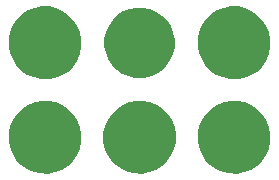
<source format=gts>
%TF.GenerationSoftware,KiCad,Pcbnew,4.0.5-e0-6337~49~ubuntu16.04.1*%
%TF.CreationDate,2017-05-29T06:36:41-07:00*%
%TF.ProjectId,2x3-Stereo-Headphone-Jack,3278332D53746572656F2D4865616470,v1.1*%
%TF.FileFunction,Soldermask,Top*%
%FSLAX46Y46*%
G04 Gerber Fmt 4.6, Leading zero omitted, Abs format (unit mm)*
G04 Created by KiCad (PCBNEW 4.0.5-e0-6337~49~ubuntu16.04.1) date Mon May 29 06:36:41 2017*
%MOMM*%
%LPD*%
G01*
G04 APERTURE LIST*
%ADD10C,0.350000*%
G04 APERTURE END LIST*
D10*
G36*
X6317510Y-41020247D02*
X6908455Y-41141551D01*
X7464598Y-41375332D01*
X7964734Y-41712678D01*
X8389821Y-42140743D01*
X8723666Y-42643221D01*
X8953556Y-43200976D01*
X9070664Y-43792414D01*
X9070664Y-43792424D01*
X9070731Y-43792763D01*
X9061110Y-44481816D01*
X9061033Y-44482154D01*
X9061033Y-44482162D01*
X8927457Y-45070101D01*
X8682085Y-45621216D01*
X8334337Y-46114178D01*
X7897462Y-46530209D01*
X7388100Y-46853461D01*
X6825654Y-47071619D01*
X6231547Y-47176376D01*
X5628403Y-47163742D01*
X5039200Y-47034197D01*
X4486382Y-46792677D01*
X3991007Y-46448382D01*
X3571937Y-46014423D01*
X3245138Y-45507330D01*
X3023056Y-44946414D01*
X2914155Y-44353058D01*
X2922577Y-43749841D01*
X3048006Y-43159747D01*
X3285659Y-42605258D01*
X3626491Y-42107488D01*
X4057512Y-41685400D01*
X4562313Y-41355068D01*
X5121659Y-41129077D01*
X5714245Y-41016036D01*
X6317510Y-41020247D01*
X6317510Y-41020247D01*
G37*
G36*
X14317510Y-41020247D02*
X14908455Y-41141551D01*
X15464598Y-41375332D01*
X15964734Y-41712678D01*
X16389821Y-42140743D01*
X16723666Y-42643221D01*
X16953556Y-43200976D01*
X17070664Y-43792414D01*
X17070664Y-43792424D01*
X17070731Y-43792763D01*
X17061110Y-44481816D01*
X17061033Y-44482154D01*
X17061033Y-44482162D01*
X16927457Y-45070101D01*
X16682085Y-45621216D01*
X16334337Y-46114178D01*
X15897462Y-46530209D01*
X15388100Y-46853461D01*
X14825654Y-47071619D01*
X14231547Y-47176376D01*
X13628403Y-47163742D01*
X13039200Y-47034197D01*
X12486382Y-46792677D01*
X11991007Y-46448382D01*
X11571937Y-46014423D01*
X11245138Y-45507330D01*
X11023056Y-44946414D01*
X10914155Y-44353058D01*
X10922577Y-43749841D01*
X11048006Y-43159747D01*
X11285659Y-42605258D01*
X11626491Y-42107488D01*
X12057512Y-41685400D01*
X12562313Y-41355068D01*
X13121659Y-41129077D01*
X13714245Y-41016036D01*
X14317510Y-41020247D01*
X14317510Y-41020247D01*
G37*
G36*
X22317510Y-41020247D02*
X22908455Y-41141551D01*
X23464598Y-41375332D01*
X23964734Y-41712678D01*
X24389821Y-42140743D01*
X24723666Y-42643221D01*
X24953556Y-43200976D01*
X25070664Y-43792414D01*
X25070664Y-43792424D01*
X25070731Y-43792763D01*
X25061110Y-44481816D01*
X25061033Y-44482154D01*
X25061033Y-44482162D01*
X24927457Y-45070101D01*
X24682085Y-45621216D01*
X24334337Y-46114178D01*
X23897462Y-46530209D01*
X23388100Y-46853461D01*
X22825654Y-47071619D01*
X22231547Y-47176376D01*
X21628403Y-47163742D01*
X21039200Y-47034197D01*
X20486382Y-46792677D01*
X19991007Y-46448382D01*
X19571937Y-46014423D01*
X19245138Y-45507330D01*
X19023056Y-44946414D01*
X18914155Y-44353058D01*
X18922577Y-43749841D01*
X19048006Y-43159747D01*
X19285659Y-42605258D01*
X19626491Y-42107488D01*
X20057512Y-41685400D01*
X20562313Y-41355068D01*
X21121659Y-41129077D01*
X21714245Y-41016036D01*
X22317510Y-41020247D01*
X22317510Y-41020247D01*
G37*
G36*
X6317510Y-33020247D02*
X6908455Y-33141551D01*
X7464598Y-33375332D01*
X7964734Y-33712678D01*
X8389821Y-34140743D01*
X8723666Y-34643221D01*
X8953556Y-35200976D01*
X9070664Y-35792414D01*
X9070664Y-35792424D01*
X9070731Y-35792763D01*
X9061110Y-36481816D01*
X9061033Y-36482154D01*
X9061033Y-36482162D01*
X8927457Y-37070101D01*
X8682085Y-37621216D01*
X8334337Y-38114178D01*
X7897462Y-38530209D01*
X7388100Y-38853461D01*
X6825654Y-39071619D01*
X6231547Y-39176376D01*
X5628403Y-39163742D01*
X5039200Y-39034197D01*
X4486382Y-38792677D01*
X3991007Y-38448382D01*
X3571937Y-38014423D01*
X3245138Y-37507330D01*
X3023056Y-36946414D01*
X2914155Y-36353058D01*
X2922577Y-35749841D01*
X3048006Y-35159747D01*
X3285659Y-34605258D01*
X3626491Y-34107488D01*
X4057512Y-33685400D01*
X4562313Y-33355068D01*
X5121659Y-33129077D01*
X5714245Y-33016036D01*
X6317510Y-33020247D01*
X6317510Y-33020247D01*
G37*
G36*
X22317510Y-33020247D02*
X22908455Y-33141551D01*
X23464598Y-33375332D01*
X23964734Y-33712678D01*
X24389821Y-34140743D01*
X24723666Y-34643221D01*
X24953556Y-35200976D01*
X25070664Y-35792414D01*
X25070664Y-35792424D01*
X25070731Y-35792763D01*
X25061110Y-36481816D01*
X25061033Y-36482154D01*
X25061033Y-36482162D01*
X24927457Y-37070101D01*
X24682085Y-37621216D01*
X24334337Y-38114178D01*
X23897462Y-38530209D01*
X23388100Y-38853461D01*
X22825654Y-39071619D01*
X22231547Y-39176376D01*
X21628403Y-39163742D01*
X21039200Y-39034197D01*
X20486382Y-38792677D01*
X19991007Y-38448382D01*
X19571937Y-38014423D01*
X19245138Y-37507330D01*
X19023056Y-36946414D01*
X18914155Y-36353058D01*
X18922577Y-35749841D01*
X19048006Y-35159747D01*
X19285659Y-34605258D01*
X19626491Y-34107488D01*
X20057512Y-33685400D01*
X20562313Y-33355068D01*
X21121659Y-33129077D01*
X21714245Y-33016036D01*
X22317510Y-33020247D01*
X22317510Y-33020247D01*
G37*
G36*
X14307007Y-33120180D02*
X14878741Y-33237541D01*
X15416805Y-33463722D01*
X15900683Y-33790102D01*
X16311952Y-34204252D01*
X16634944Y-34690396D01*
X16857361Y-35230019D01*
X16968787Y-35792763D01*
X16970728Y-35802568D01*
X16961419Y-36469222D01*
X16961342Y-36469560D01*
X16961342Y-36469568D01*
X16832110Y-37038384D01*
X16594715Y-37571582D01*
X16258271Y-38048520D01*
X15835598Y-38451027D01*
X15342796Y-38763769D01*
X14798630Y-38974837D01*
X14223838Y-39076189D01*
X13640301Y-39063965D01*
X13070252Y-38938631D01*
X12535404Y-38704962D01*
X12056133Y-38371860D01*
X11650686Y-37952008D01*
X11334510Y-37461398D01*
X11119647Y-36918717D01*
X11014286Y-36344649D01*
X11022435Y-35761042D01*
X11143786Y-35190131D01*
X11373714Y-34653667D01*
X11703466Y-34172078D01*
X12120476Y-33763711D01*
X12608866Y-33444117D01*
X13150030Y-33225472D01*
X13723352Y-33116106D01*
X14307007Y-33120180D01*
X14307007Y-33120180D01*
G37*
M02*

</source>
